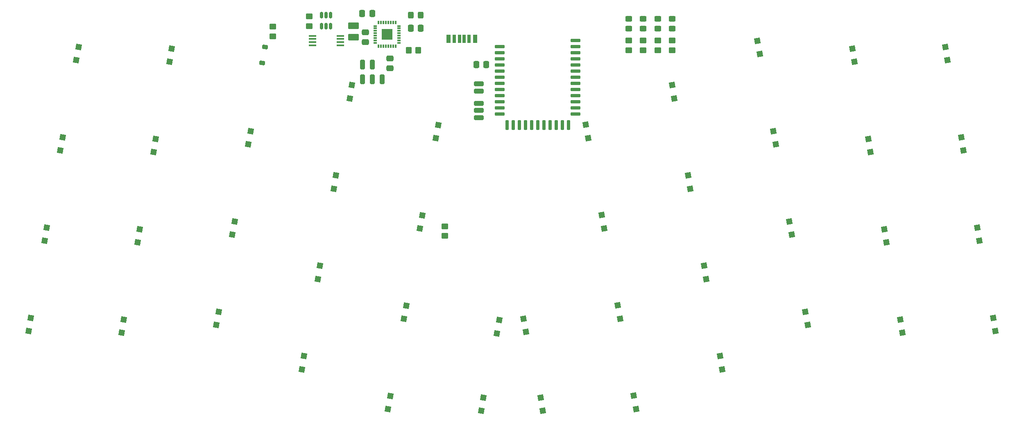
<source format=gtp>
%TF.GenerationSoftware,KiCad,Pcbnew,9.0.1*%
%TF.CreationDate,2025-05-05T23:15:36+01:00*%
%TF.ProjectId,keyboard,6b657962-6f61-4726-942e-6b696361645f,rev?*%
%TF.SameCoordinates,Original*%
%TF.FileFunction,Paste,Top*%
%TF.FilePolarity,Positive*%
%FSLAX46Y46*%
G04 Gerber Fmt 4.6, Leading zero omitted, Abs format (unit mm)*
G04 Created by KiCad (PCBNEW 9.0.1) date 2025-05-05 23:15:36*
%MOMM*%
%LPD*%
G01*
G04 APERTURE LIST*
G04 Aperture macros list*
%AMRoundRect*
0 Rectangle with rounded corners*
0 $1 Rounding radius*
0 $2 $3 $4 $5 $6 $7 $8 $9 X,Y pos of 4 corners*
0 Add a 4 corners polygon primitive as box body*
4,1,4,$2,$3,$4,$5,$6,$7,$8,$9,$2,$3,0*
0 Add four circle primitives for the rounded corners*
1,1,$1+$1,$2,$3*
1,1,$1+$1,$4,$5*
1,1,$1+$1,$6,$7*
1,1,$1+$1,$8,$9*
0 Add four rect primitives between the rounded corners*
20,1,$1+$1,$2,$3,$4,$5,0*
20,1,$1+$1,$4,$5,$6,$7,0*
20,1,$1+$1,$6,$7,$8,$9,0*
20,1,$1+$1,$8,$9,$2,$3,0*%
%AMRotRect*
0 Rectangle, with rotation*
0 The origin of the aperture is its center*
0 $1 length*
0 $2 width*
0 $3 Rotation angle, in degrees counterclockwise*
0 Add horizontal line*
21,1,$1,$2,0,0,$3*%
G04 Aperture macros list end*
%ADD10RoundRect,0.050000X-0.730000X-0.150000X0.730000X-0.150000X0.730000X0.150000X-0.730000X0.150000X0*%
%ADD11R,0.700000X1.800000*%
%ADD12R,0.800000X1.800000*%
%ADD13R,0.900000X1.800000*%
%ADD14RoundRect,0.250000X-0.450000X0.350000X-0.450000X-0.350000X0.450000X-0.350000X0.450000X0.350000X0*%
%ADD15R,0.800000X0.300000*%
%ADD16R,0.300000X0.800000*%
%ADD17R,2.160000X2.160000*%
%ADD18RoundRect,0.250000X0.450000X-0.350000X0.450000X0.350000X-0.450000X0.350000X-0.450000X-0.350000X0*%
%ADD19RoundRect,0.105000X0.895000X0.245000X-0.895000X0.245000X-0.895000X-0.245000X0.895000X-0.245000X0*%
%ADD20RoundRect,0.105000X-0.245000X0.895000X-0.245000X-0.895000X0.245000X-0.895000X0.245000X0.895000X0*%
%ADD21RoundRect,0.105000X-0.895000X-0.245000X0.895000X-0.245000X0.895000X0.245000X-0.895000X0.245000X0*%
%ADD22RotRect,1.200000X1.200000X80.000000*%
%ADD23RotRect,1.200000X1.200000X100.000000*%
%ADD24RoundRect,0.250000X-0.350000X-0.450000X0.350000X-0.450000X0.350000X0.450000X-0.350000X0.450000X0*%
%ADD25RoundRect,0.250000X0.750000X-0.250000X0.750000X0.250000X-0.750000X0.250000X-0.750000X-0.250000X0*%
%ADD26RoundRect,0.250000X-0.450000X0.325000X-0.450000X-0.325000X0.450000X-0.325000X0.450000X0.325000X0*%
%ADD27RoundRect,0.250001X0.849999X-0.462499X0.849999X0.462499X-0.849999X0.462499X-0.849999X-0.462499X0*%
%ADD28RoundRect,0.250000X-0.337500X-0.475000X0.337500X-0.475000X0.337500X0.475000X-0.337500X0.475000X0*%
%ADD29RoundRect,0.250000X-0.475000X0.337500X-0.475000X-0.337500X0.475000X-0.337500X0.475000X0.337500X0*%
%ADD30RoundRect,0.250000X-0.250000X-0.750000X0.250000X-0.750000X0.250000X0.750000X-0.250000X0.750000X0*%
%ADD31RoundRect,0.225000X0.330232X-0.286700X0.408374X0.156464X-0.330232X0.286700X-0.408374X-0.156464X0*%
%ADD32RoundRect,0.250000X0.475000X-0.337500X0.475000X0.337500X-0.475000X0.337500X-0.475000X-0.337500X0*%
%ADD33RoundRect,0.250000X-0.325000X-0.450000X0.325000X-0.450000X0.325000X0.450000X-0.325000X0.450000X0*%
%ADD34RoundRect,0.250000X0.337500X0.475000X-0.337500X0.475000X-0.337500X-0.475000X0.337500X-0.475000X0*%
%ADD35RoundRect,0.150000X0.150000X-0.512500X0.150000X0.512500X-0.150000X0.512500X-0.150000X-0.512500X0*%
G04 APERTURE END LIST*
D10*
%TO.C,Q1*%
X114380000Y-51525000D03*
X114380000Y-52175000D03*
X114380000Y-52825000D03*
X114380000Y-53475000D03*
X108620000Y-53475000D03*
X108620000Y-52825000D03*
X108620000Y-52175000D03*
X108620000Y-51525000D03*
%TD*%
D11*
%TO.C,U3*%
X140000000Y-52200000D03*
D12*
X137980000Y-52200000D03*
D13*
X136750000Y-52200000D03*
D11*
X139000000Y-52200000D03*
D12*
X141020000Y-52200000D03*
D13*
X142250000Y-52200000D03*
%TD*%
D14*
%TO.C,R8*%
X136000000Y-91000000D03*
X136000000Y-93000000D03*
%TD*%
D15*
%TO.C,IC2*%
X121600000Y-49500000D03*
X121600000Y-50000000D03*
X121600000Y-50500000D03*
X121600000Y-51000000D03*
X121600000Y-51500000D03*
X121600000Y-52000000D03*
X121600000Y-52500000D03*
X121600000Y-53000000D03*
D16*
X122300000Y-53700000D03*
X122800000Y-53700000D03*
X123300000Y-53700000D03*
X123800000Y-53700000D03*
X124300000Y-53700000D03*
X124800000Y-53700000D03*
X125300000Y-53700000D03*
X125800000Y-53700000D03*
D15*
X126500000Y-53000000D03*
X126500000Y-52500000D03*
X126500000Y-52000000D03*
X126500000Y-51500000D03*
X126500000Y-51000000D03*
X126500000Y-50500000D03*
X126500000Y-50000000D03*
X126500000Y-49500000D03*
D16*
X125800000Y-48800000D03*
X125300000Y-48800000D03*
X124800000Y-48800000D03*
X124300000Y-48800000D03*
X123800000Y-48800000D03*
X123300000Y-48800000D03*
X122800000Y-48800000D03*
X122300000Y-48800000D03*
D17*
X124050000Y-51250000D03*
%TD*%
D18*
%TO.C,R2*%
X100451423Y-51645384D03*
X100451423Y-49645384D03*
%TD*%
D19*
%TO.C,U1*%
X147370000Y-53770000D03*
X147370000Y-55040000D03*
X147370000Y-56310000D03*
X147370000Y-57580000D03*
X147370000Y-58850000D03*
X147370000Y-60120000D03*
X147370000Y-61390000D03*
X147370000Y-62660000D03*
X147370000Y-63930000D03*
X147370000Y-65200000D03*
X147370000Y-66470000D03*
X147370000Y-67740000D03*
D20*
X148860000Y-70000000D03*
X150130000Y-70000000D03*
X151400000Y-70000000D03*
X152670000Y-70000000D03*
X153940000Y-70000000D03*
X155210000Y-70000000D03*
X156480000Y-70000000D03*
X157750000Y-70000000D03*
X159020000Y-70000000D03*
X160290000Y-70000000D03*
X161560000Y-70000000D03*
D21*
X163000000Y-67740000D03*
X163000000Y-66470000D03*
X163000000Y-65200000D03*
X163000000Y-63930000D03*
X163000000Y-62660000D03*
X163000000Y-61390000D03*
X163000000Y-60120000D03*
X163000000Y-58850000D03*
X163000000Y-57580000D03*
X163000000Y-56310000D03*
X163000000Y-55040000D03*
X163000000Y-53770000D03*
X163000000Y-52500000D03*
%TD*%
D22*
%TO.C,D1:0*%
X79062687Y-56937897D03*
X79548901Y-54180435D03*
%TD*%
D18*
%TO.C,R7*%
X183000000Y-52500000D03*
X183000000Y-54500000D03*
%TD*%
%TO.C,R4*%
X174000000Y-54500000D03*
X174000000Y-52500000D03*
%TD*%
D22*
%TO.C,D1:3*%
X69164741Y-113071938D03*
X69650955Y-110314476D03*
%TD*%
%TO.C,D0:1*%
X56531080Y-75304352D03*
X57017294Y-72546890D03*
%TD*%
%TO.C,D5:1*%
X143489185Y-129223623D03*
X143975399Y-126466161D03*
%TD*%
D23*
%TO.C,D8:1*%
X186737777Y-83226582D03*
X186251563Y-80469120D03*
%TD*%
D22*
%TO.C,D1:1*%
X75763371Y-75649244D03*
X76249585Y-72891782D03*
%TD*%
D24*
%TO.C,R1*%
X128500000Y-54500000D03*
X130500000Y-54500000D03*
%TD*%
D22*
%TO.C,D0:0*%
X59830395Y-56593004D03*
X60316609Y-53835542D03*
%TD*%
D23*
%TO.C,D11:2*%
X246518431Y-94009599D03*
X246032217Y-91252137D03*
%TD*%
D18*
%TO.C,R3*%
X108000000Y-49500000D03*
X108000000Y-47500000D03*
%TD*%
D23*
%TO.C,D8:3*%
X193336408Y-120649277D03*
X192850194Y-117891815D03*
%TD*%
D25*
%TO.C,J11*%
X143000000Y-65500000D03*
%TD*%
D26*
%TO.C,D2*%
X174000000Y-47975000D03*
X174000000Y-50025000D03*
%TD*%
D27*
%TO.C,L1*%
X117144373Y-51808774D03*
X117144373Y-49483774D03*
%TD*%
D23*
%TO.C,D7:0*%
X165595355Y-72738589D03*
X165109141Y-69981127D03*
%TD*%
D25*
%TO.C,J12*%
X143000000Y-63000000D03*
%TD*%
D23*
%TO.C,D9:0*%
X201107920Y-55307073D03*
X200621706Y-52549611D03*
%TD*%
%TO.C,D11:3*%
X249817746Y-112720946D03*
X249331532Y-109963484D03*
%TD*%
D25*
%TO.C,J10*%
X143000000Y-67000000D03*
%TD*%
D23*
%TO.C,D7:3*%
X175493302Y-128872631D03*
X175007088Y-126115169D03*
%TD*%
D22*
%TO.C,D5:0*%
X146756893Y-113192213D03*
X147243107Y-110434751D03*
%TD*%
D28*
%TO.C,C3*%
X118925000Y-46927985D03*
X121000000Y-46927985D03*
%TD*%
D23*
%TO.C,D10:0*%
X220687508Y-56931797D03*
X220201294Y-54174335D03*
%TD*%
%TO.C,D7:2*%
X172193986Y-110161284D03*
X171707772Y-107403822D03*
%TD*%
D22*
%TO.C,D4:3*%
X124256893Y-128878731D03*
X124743107Y-126121269D03*
%TD*%
%TO.C,D2:3*%
X88744329Y-111447215D03*
X89230543Y-108689753D03*
%TD*%
D29*
%TO.C,C5*%
X124632741Y-56194947D03*
X124632741Y-58269947D03*
%TD*%
D23*
%TO.C,D10:2*%
X227286139Y-94354491D03*
X226799925Y-91597029D03*
%TD*%
D25*
%TO.C,J13*%
X143000000Y-61500000D03*
%TD*%
D23*
%TO.C,D9:1*%
X204407235Y-74018421D03*
X203921021Y-71260959D03*
%TD*%
D30*
%TO.C,J18*%
X119000000Y-57500000D03*
%TD*%
D22*
%TO.C,D3:3*%
X106413787Y-120655377D03*
X106900001Y-117897915D03*
%TD*%
D23*
%TO.C,D11:1*%
X243219115Y-75298252D03*
X242732901Y-72540790D03*
%TD*%
D22*
%TO.C,D0:3*%
X49932449Y-112727046D03*
X50418663Y-109969584D03*
%TD*%
%TO.C,D1:2*%
X72464056Y-94360591D03*
X72950270Y-91603129D03*
%TD*%
D26*
%TO.C,D5*%
X183000000Y-47975000D03*
X183000000Y-50025000D03*
%TD*%
D31*
%TO.C,D2:0*%
X98213481Y-57124933D03*
X98786519Y-53875067D03*
%TD*%
D22*
%TO.C,D4:0*%
X134154840Y-72744689D03*
X134641054Y-69987227D03*
%TD*%
D18*
%TO.C,R6*%
X180000000Y-54500000D03*
X180000000Y-52500000D03*
%TD*%
D23*
%TO.C,D9:3*%
X211005866Y-111441115D03*
X210519652Y-108683653D03*
%TD*%
%TO.C,D7:1*%
X168894671Y-91449937D03*
X168408457Y-88692475D03*
%TD*%
D22*
%TO.C,D4:1*%
X130855524Y-91456036D03*
X131341738Y-88698574D03*
%TD*%
D30*
%TO.C,J14*%
X119000000Y-60500000D03*
%TD*%
D32*
%TO.C,C1*%
X119588866Y-52849252D03*
X119588866Y-50774252D03*
%TD*%
D33*
%TO.C,D1*%
X128976133Y-47279634D03*
X131026133Y-47279634D03*
%TD*%
D18*
%TO.C,R5*%
X177000000Y-54500000D03*
X177000000Y-52500000D03*
%TD*%
D22*
%TO.C,D2:2*%
X92043644Y-92735868D03*
X92529858Y-89978406D03*
%TD*%
D23*
%TO.C,D11:0*%
X239919800Y-56586905D03*
X239433586Y-53829443D03*
%TD*%
D34*
%TO.C,C4*%
X144575000Y-57500000D03*
X142500000Y-57500000D03*
%TD*%
D22*
%TO.C,D3:0*%
X116311733Y-64521335D03*
X116797947Y-61763873D03*
%TD*%
%TO.C,D3:1*%
X113012418Y-83232682D03*
X113498632Y-80475220D03*
%TD*%
D30*
%TO.C,J16*%
X123000000Y-60500000D03*
%TD*%
D23*
%TO.C,D8:0*%
X183438462Y-64515235D03*
X182952248Y-61757773D03*
%TD*%
%TO.C,D10:1*%
X223986824Y-75643144D03*
X223500610Y-72885682D03*
%TD*%
D30*
%TO.C,J15*%
X121000000Y-60500000D03*
%TD*%
D22*
%TO.C,D4:2*%
X127556209Y-110167384D03*
X128042423Y-107409922D03*
%TD*%
D26*
%TO.C,D3*%
X177000000Y-47975000D03*
X177000000Y-50025000D03*
%TD*%
D22*
%TO.C,D0:2*%
X53231764Y-94015699D03*
X53717978Y-91258237D03*
%TD*%
D23*
%TO.C,D6:1*%
X156261010Y-129217523D03*
X155774796Y-126460061D03*
%TD*%
%TO.C,D8:2*%
X190037093Y-101937930D03*
X189550879Y-99180468D03*
%TD*%
D25*
%TO.C,J9*%
X143000000Y-68500000D03*
%TD*%
D35*
%TO.C,U2*%
X110472935Y-49494760D03*
X111422935Y-49494760D03*
X112372935Y-49494760D03*
X112372935Y-47219760D03*
X111422935Y-47219760D03*
X110472935Y-47219760D03*
%TD*%
D22*
%TO.C,D2:1*%
X95342960Y-74024520D03*
X95829174Y-71267058D03*
%TD*%
%TO.C,D3:2*%
X109713102Y-101944030D03*
X110199316Y-99186568D03*
%TD*%
D30*
%TO.C,J17*%
X121000000Y-57500000D03*
%TD*%
D28*
%TO.C,C2*%
X128925000Y-50000000D03*
X131000000Y-50000000D03*
%TD*%
D23*
%TO.C,D6:0*%
X152743107Y-112878731D03*
X152256893Y-110121269D03*
%TD*%
D26*
%TO.C,D4*%
X180000000Y-47975000D03*
X180000000Y-50025000D03*
%TD*%
D23*
%TO.C,D9:2*%
X207706551Y-92729768D03*
X207220337Y-89972306D03*
%TD*%
%TO.C,D10:3*%
X230585454Y-113065839D03*
X230099240Y-110308377D03*
%TD*%
M02*

</source>
